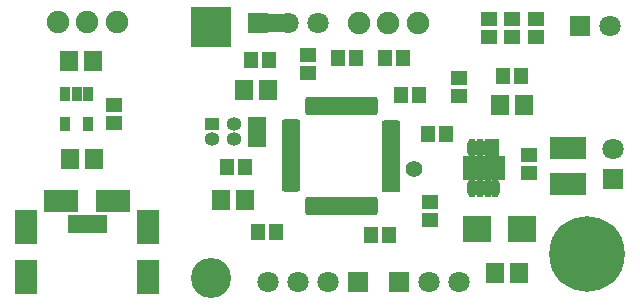
<source format=gts>
G04 (created by PCBNEW (2013-05-16 BZR 4016)-stable) date 22/07/2013 12:31:48*
%MOIN*%
G04 Gerber Fmt 3.4, Leading zero omitted, Abs format*
%FSLAX34Y34*%
G01*
G70*
G90*
G04 APERTURE LIST*
%ADD10C,0.00590551*%
%ADD11R,0.0748031X0.114173*%
%ADD12R,0.114173X0.0748031*%
%ADD13R,0.0314961X0.0649606*%
%ADD14C,0.055148*%
%ADD15R,0.035748X0.045748*%
%ADD16R,0.054348X0.060748*%
%ADD17R,0.060748X0.054348*%
%ADD18R,0.133848X0.133848*%
%ADD19C,0.133848*%
%ADD20R,0.070848X0.070848*%
%ADD21C,0.070848*%
%ADD22R,0.070748X0.070748*%
%ADD23C,0.070748*%
%ADD24R,0.051148X0.043348*%
%ADD25O,0.051148X0.043348*%
%ADD26R,0.055748X0.050748*%
%ADD27R,0.050748X0.055748*%
%ADD28R,0.062948X0.027548*%
%ADD29O,0.062948X0.027548*%
%ADD30O,0.027548X0.062948*%
%ADD31R,0.120748X0.075748*%
%ADD32C,0.251948*%
%ADD33R,0.030315X0.0629921*%
%ADD34O,0.030315X0.0629921*%
%ADD35R,0.0472441X0.0472441*%
%ADD36R,0.094448X0.086648*%
%ADD37R,0.060748X0.070748*%
%ADD38C,0.074848*%
G04 APERTURE END LIST*
G54D10*
G54D11*
X45807Y-58090D03*
X49862Y-58090D03*
X45807Y-56437D03*
X49862Y-56437D03*
G54D12*
X46968Y-55570D03*
X48700Y-55570D03*
G54D13*
X47322Y-56309D03*
X47578Y-56309D03*
X47834Y-56309D03*
X48090Y-56309D03*
X48346Y-56309D03*
G54D14*
X58725Y-54473D03*
G54D15*
X47850Y-52002D03*
X47100Y-52002D03*
X47850Y-53002D03*
X47475Y-52002D03*
X47100Y-53002D03*
G54D16*
X53745Y-49606D03*
X54209Y-49606D03*
G54D17*
X53476Y-53016D03*
X53476Y-53480D03*
G54D18*
X51954Y-49746D03*
G54D19*
X51964Y-58110D03*
G54D20*
X56854Y-58267D03*
G54D21*
X55854Y-58267D03*
X54854Y-58267D03*
X53854Y-58267D03*
G54D22*
X58212Y-58267D03*
G54D23*
X59212Y-58267D03*
X60212Y-58267D03*
G54D22*
X53527Y-49606D03*
G54D23*
X54527Y-49606D03*
X55527Y-49606D03*
G54D22*
X64244Y-49711D03*
G54D23*
X65244Y-49711D03*
G54D22*
X65354Y-54830D03*
G54D23*
X65354Y-53830D03*
G54D24*
X51990Y-52982D03*
G54D25*
X51990Y-53494D03*
X52738Y-53494D03*
X52738Y-52982D03*
G54D26*
X48735Y-52960D03*
X48735Y-52360D03*
X62564Y-54037D03*
X62564Y-54637D03*
G54D27*
X56196Y-50787D03*
X56796Y-50787D03*
G54D26*
X62795Y-49503D03*
X62795Y-50103D03*
X61220Y-50103D03*
X61220Y-49503D03*
G54D27*
X57770Y-50787D03*
X58370Y-50787D03*
G54D28*
X57972Y-55138D03*
G54D29*
X57972Y-54942D03*
X57972Y-54745D03*
X57972Y-54548D03*
X57972Y-54351D03*
X57972Y-54154D03*
X57972Y-53957D03*
X57972Y-53760D03*
X57972Y-53564D03*
X57972Y-53367D03*
X57972Y-53170D03*
X57973Y-52973D03*
G54D30*
X57380Y-52382D03*
X57184Y-52382D03*
X56987Y-52382D03*
X56790Y-52382D03*
X56593Y-52382D03*
X56396Y-52382D03*
X56199Y-52382D03*
X56003Y-52382D03*
X55806Y-52382D03*
X55609Y-52382D03*
X55413Y-52382D03*
X55216Y-52382D03*
G54D29*
X54625Y-52972D03*
X54625Y-53169D03*
X54625Y-53366D03*
X54625Y-53563D03*
X54625Y-53760D03*
X54625Y-53957D03*
X54625Y-54154D03*
X54625Y-54350D03*
X54625Y-54547D03*
X54625Y-54744D03*
X54625Y-54941D03*
X54625Y-55138D03*
G54D30*
X55216Y-55728D03*
X55413Y-55728D03*
X55610Y-55728D03*
X55807Y-55728D03*
X56004Y-55728D03*
X56201Y-55728D03*
X56397Y-55728D03*
X56594Y-55728D03*
X56791Y-55728D03*
X56988Y-55728D03*
X57185Y-55728D03*
X57382Y-55728D03*
G54D31*
X63858Y-54981D03*
X63858Y-53781D03*
G54D32*
X64488Y-57322D03*
G54D33*
X61435Y-53790D03*
G54D34*
X61179Y-53790D03*
X60923Y-53790D03*
X60667Y-53790D03*
X60667Y-55129D03*
X60923Y-55129D03*
X61179Y-55129D03*
X61435Y-55129D03*
G54D35*
X61524Y-54617D03*
X61209Y-54617D03*
X60894Y-54617D03*
X60579Y-54617D03*
X61524Y-54302D03*
X61209Y-54302D03*
X60894Y-54302D03*
X60579Y-54302D03*
G54D36*
X60824Y-56496D03*
X62324Y-56496D03*
G54D37*
X61411Y-57952D03*
X62211Y-57952D03*
X61607Y-52362D03*
X62407Y-52362D03*
X53077Y-55511D03*
X52277Y-55511D03*
X47245Y-54152D03*
X48045Y-54152D03*
X47232Y-50888D03*
X48032Y-50888D03*
X53864Y-51850D03*
X53064Y-51850D03*
G54D26*
X62007Y-50103D03*
X62007Y-49503D03*
G54D27*
X61707Y-51377D03*
X62307Y-51377D03*
X59207Y-53315D03*
X59807Y-53315D03*
X53095Y-54409D03*
X52495Y-54409D03*
X53882Y-50866D03*
X53282Y-50866D03*
G54D26*
X55175Y-51294D03*
X55175Y-50694D03*
G54D27*
X54110Y-56595D03*
X53510Y-56595D03*
X57881Y-56693D03*
X57281Y-56693D03*
G54D26*
X59251Y-55605D03*
X59251Y-56205D03*
G54D38*
X47829Y-49589D03*
X57874Y-49606D03*
X48813Y-49589D03*
X58858Y-49606D03*
X56889Y-49606D03*
X46845Y-49589D03*
G54D26*
X60236Y-51471D03*
X60236Y-52071D03*
G54D27*
X58882Y-52007D03*
X58282Y-52007D03*
M02*

</source>
